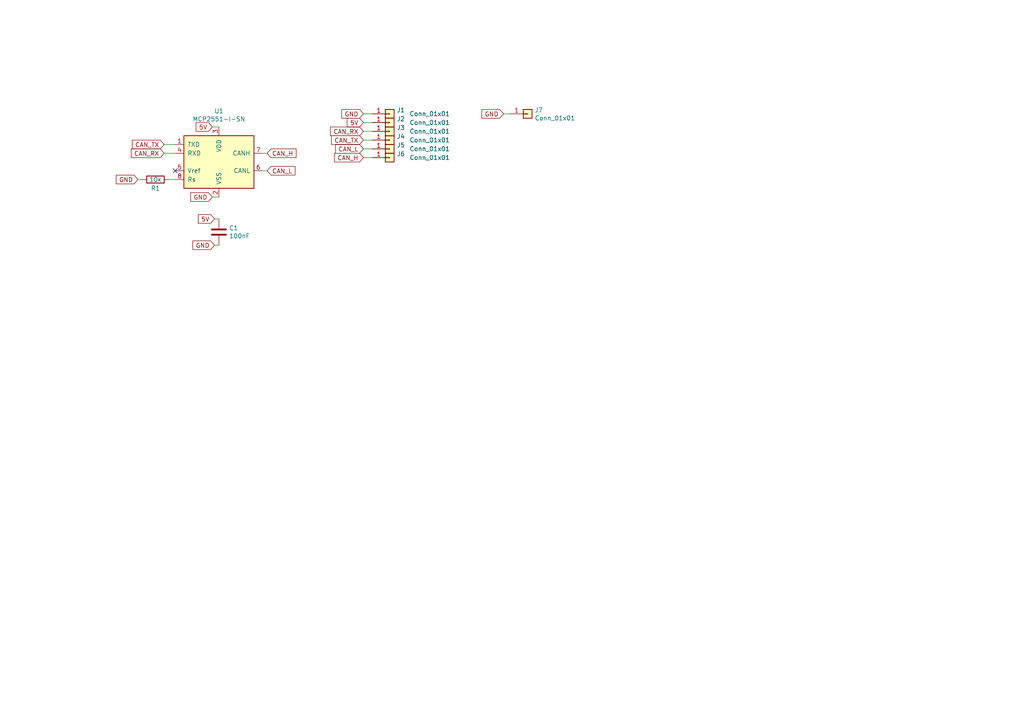
<source format=kicad_sch>
(kicad_sch (version 20211123) (generator eeschema)
  (paper "A4")
  (lib_symbols
    (symbol "Connector_Generic:Conn_01x01" (pin_names (offset 1.016) hide)
      (property "Reference" "J" (at 0 2.54 0))
      (property "Value" "Conn_01x01" (at 0 -2.54 0))
      (symbol "Conn_01x01_1_1"
        (rectangle (start -1.27 0.127) (end 0 -0.127) (stroke (width 0.1524)))
        (rectangle (start -1.27 1.27) (end 1.27 -1.27) (stroke (width 0.254)) (fill (type background)))
        (pin passive line (at -5.08 0 0) (length 3.81) (name "Pin_1") (number "1"))
      )
    )
    (symbol "Device:C" (pin_numbers hide) (pin_names (offset 0.254))
      (property "Reference" "C" (at 0.635 2.54 0))
      (property "Value" "C" (at 0.635 -2.54 0))
      (symbol "C_0_1"
        (polyline (pts (xy -2.032 -0.762) (xy 2.032 -0.762)) (stroke (width 0.508)))
        (polyline (pts (xy -2.032 0.762) (xy 2.032 0.762)) (stroke (width 0.508)))
      )
      (symbol "C_1_1"
        (pin passive line (at 0 3.81 270) (length 2.794) (name "~") (number "1"))
        (pin passive line (at 0 -3.81 90) (length 2.794) (name "~") (number "2"))
      )
    )
    (symbol "Device:R" (pin_numbers hide) (pin_names (offset 0))
      (property "Reference" "R" (at 2.032 0 90))
      (property "Value" "R" (at 0 0 90))
      (symbol "R_0_1"
        (rectangle (start -1.016 -2.54) (end 1.016 2.54) (stroke (width 0.254)))
      )
      (symbol "R_1_1"
        (pin passive line (at 0 3.81 270) (length 1.27) (name "~") (number "1"))
        (pin passive line (at 0 -3.81 90) (length 1.27) (name "~") (number "2"))
      )
    )
    (symbol "Interface_CAN_LIN:MCP2551-I-SN" (pin_names (offset 1.016))
      (property "Reference" "U" (at -10.16 8.89 0))
      (property "Value" "MCP2551-I-SN" (at 2.54 8.89 0))
      (symbol "MCP2551-I-SN_0_1"
        (rectangle (start -10.16 7.62) (end 10.16 -7.62) (stroke (width 0.254)) (fill (type background)))
      )
      (symbol "MCP2551-I-SN_1_1"
        (pin input line (at -12.7 5.08 0) (length 2.54) (name "TXD") (number "1"))
        (pin power_in line (at 0 -10.16 90) (length 2.54) (name "VSS") (number "2"))
        (pin power_in line (at 0 10.16 270) (length 2.54) (name "VDD") (number "3"))
        (pin output line (at -12.7 2.54 0) (length 2.54) (name "RXD") (number "4"))
        (pin power_out line (at -12.7 -2.54 0) (length 2.54) (name "Vref") (number "5"))
        (pin bidirectional line (at 12.7 -2.54 180) (length 2.54) (name "CANL") (number "6"))
        (pin bidirectional line (at 12.7 2.54 180) (length 2.54) (name "CANH") (number "7"))
        (pin input line (at -12.7 -5.08 0) (length 2.54) (name "Rs") (number "8"))
      )
    )
  )
  (no_connect (at 50.8 49.53))
  (wire (pts (xy 105.41 43.18) (xy 107.95 43.18)))
  (wire (pts (xy 48.895 52.07) (xy 50.8 52.07)))
  (wire (pts (xy 105.41 45.72) (xy 107.95 45.72)))
  (wire (pts (xy 76.2 44.45) (xy 77.47 44.45)))
  (wire (pts (xy 61.595 36.83) (xy 63.5 36.83)))
  (wire (pts (xy 105.41 38.1) (xy 107.95 38.1)))
  (wire (pts (xy 105.41 40.64) (xy 107.95 40.64)))
  (wire (pts (xy 76.2 49.53) (xy 77.47 49.53)))
  (wire (pts (xy 47.625 44.45) (xy 50.8 44.45)))
  (wire (pts (xy 146.05 33.02) (xy 147.955 33.02)))
  (wire (pts (xy 62.23 71.12) (xy 63.5 71.12)))
  (wire (pts (xy 61.595 57.15) (xy 63.5 57.15)))
  (wire (pts (xy 105.41 35.56) (xy 107.95 35.56)))
  (wire (pts (xy 62.23 63.5) (xy 63.5 63.5)))
  (wire (pts (xy 40.005 52.07) (xy 41.275 52.07)))
  (wire (pts (xy 47.625 41.91) (xy 50.8 41.91)))
  (wire (pts (xy 105.41 33.02) (xy 107.95 33.02)))
  (global_label "CAN_TX" (shape input) (at 47.625 41.91 180) (property "Intersheet References" "${INTERSHEET_REFS}" (effects hide)))
  (global_label "CAN_L" (shape input) (at 105.41 43.18 180) (property "Intersheet References" "${INTERSHEET_REFS}" (effects hide)))
  (global_label "CAN_RX" (shape input) (at 47.625 44.45 180) (property "Intersheet References" "${INTERSHEET_REFS}" (effects hide)))
  (global_label "5V" (shape input) (at 62.23 63.5 180) (property "Intersheet References" "${INTERSHEET_REFS}" (effects hide)))
  (global_label "GND" (shape input) (at 40.005 52.07 180) (property "Intersheet References" "${INTERSHEET_REFS}" (effects hide)))
  (global_label "CAN_H" (shape input) (at 105.41 45.72 180) (property "Intersheet References" "${INTERSHEET_REFS}" (effects hide)))
  (global_label "GND" (shape input) (at 105.41 33.02 180) (property "Intersheet References" "${INTERSHEET_REFS}" (effects hide)))
  (global_label "5V" (shape input) (at 61.595 36.83 180) (property "Intersheet References" "${INTERSHEET_REFS}" (effects hide)))
  (global_label "CAN_L" (shape input) (at 77.47 49.53 0) (property "Intersheet References" "${INTERSHEET_REFS}" (effects hide)))
  (global_label "CAN_H" (shape input) (at 77.47 44.45 0) (property "Intersheet References" "${INTERSHEET_REFS}" (effects hide)))
  (global_label "GND" (shape input) (at 146.05 33.02 180) (property "Intersheet References" "${INTERSHEET_REFS}" (effects hide)))
  (global_label "CAN_RX" (shape input) (at 105.41 38.1 180) (property "Intersheet References" "${INTERSHEET_REFS}" (effects hide)))
  (global_label "5V" (shape input) (at 105.41 35.56 180) (property "Intersheet References" "${INTERSHEET_REFS}" (effects hide)))
  (global_label "CAN_TX" (shape input) (at 105.41 40.64 180) (property "Intersheet References" "${INTERSHEET_REFS}" (effects hide)))
  (global_label "GND" (shape input) (at 61.595 57.15 180) (property "Intersheet References" "${INTERSHEET_REFS}" (effects hide)))
  (global_label "GND" (shape input) (at 62.23 71.12 180) (property "Intersheet References" "${INTERSHEET_REFS}" (effects hide)))
  (symbol (lib_id "Device:R") (at 45.085 52.07 90) (unit 1)
    (property "Reference" "R1" (at 45.085 54.61 90))
    (property "Value" "10k" (at 45.085 52.07 90))
    (property "Footprint" "Resistor_SMD:R_0603_1608Metric_Pad1.05x0.95mm_HandSolder" (effects hide))
    (property "LCSC" "C25804" (effects hide))
  )
  (symbol (lib_id "Interface_CAN_LIN:MCP2551-I-SN") (at 63.5 46.99 0) (unit 1)
    (property "Reference" "U1" (at 63.5 32.2326 0))
    (property "Value" "MCP2551-I-SN" (at 63.5 34.544 0))
    (property "Footprint" "Package_SO:SOIC-8_3.9x4.9mm_P1.27mm" (effects hide))
    (property "Datasheet" "http://ww1.microchip.com/downloads/en/devicedoc/21667d.pdf" (effects hide))
    (property "LCSC" "C49558" (effects hide))
  )
  (symbol (lib_id "Device:C") (at 63.5 67.31 0) (unit 1)
    (property "Reference" "C1" (at 66.421 66.1416 0) (effects (justify left)))
    (property "Value" "100nF" (at 66.421 68.453 0) (effects (justify left)))
    (property "Footprint" "Capacitor_SMD:C_0603_1608Metric" (effects hide))
    (property "LCSC" "C14663" (effects hide))
  )
  (symbol (lib_id "Connector_Generic:Conn_01x01") (at 153.035 33.02 0) (unit 1)
    (property "Reference" "J7" (at 155.067 31.9532 0) (effects (justify left)))
    (property "Value" "Conn_01x01" (at 155.067 34.2646 0) (effects (justify left)))
    (property "Footprint" "Chimere_mods:Cast_co_1_905" (effects hide))
  )
  (symbol (lib_id "Connector_Generic:Conn_01x01") (at 113.03 33.02 0) (unit 1)
    (property "Reference" "J1" (at 115.062 31.9532 0) (effects (justify left)))
    (property "Value" "Conn_01x01" (at 118.745 33.02 0) (effects (justify left)))
    (property "Footprint" "Chimere_mods:Castellated_conn" (effects hide))
  )
  (symbol (lib_id "Connector_Generic:Conn_01x01") (at 113.03 45.72 0) (unit 1)
    (property "Reference" "J6" (at 115.062 44.6532 0) (effects (justify left)))
    (property "Value" "Conn_01x01" (at 118.745 45.72 0) (effects (justify left)))
    (property "Footprint" "Chimere_mods:Castellated_conn" (effects hide))
  )
  (symbol (lib_id "Connector_Generic:Conn_01x01") (at 113.03 35.56 0) (unit 1)
    (property "Reference" "J2" (at 115.062 34.4932 0) (effects (justify left)))
    (property "Value" "Conn_01x01" (at 118.745 35.56 0) (effects (justify left)))
    (property "Footprint" "Chimere_mods:Castellated_conn" (effects hide))
  )
  (symbol (lib_id "Connector_Generic:Conn_01x01") (at 113.03 40.64 0) (unit 1)
    (property "Reference" "J4" (at 115.062 39.5732 0) (effects (justify left)))
    (property "Value" "Conn_01x01" (at 118.745 40.64 0) (effects (justify left)))
    (property "Footprint" "Chimere_mods:Castellated_conn" (effects hide))
  )
  (symbol (lib_id "Connector_Generic:Conn_01x01") (at 113.03 38.1 0) (unit 1)
    (property "Reference" "J3" (at 115.062 37.0332 0) (effects (justify left)))
    (property "Value" "Conn_01x01" (at 118.745 38.1 0) (effects (justify left)))
    (property "Footprint" "Chimere_mods:Castellated_conn" (effects hide))
  )
  (symbol (lib_id "Connector_Generic:Conn_01x01") (at 113.03 43.18 0) (unit 1)
    (property "Reference" "J5" (at 115.062 42.1132 0) (effects (justify left)))
    (property "Value" "Conn_01x01" (at 118.745 43.18 0) (effects (justify left)))
    (property "Footprint" "Chimere_mods:Castellated_conn" (effects hide))
  )
)
</source>
